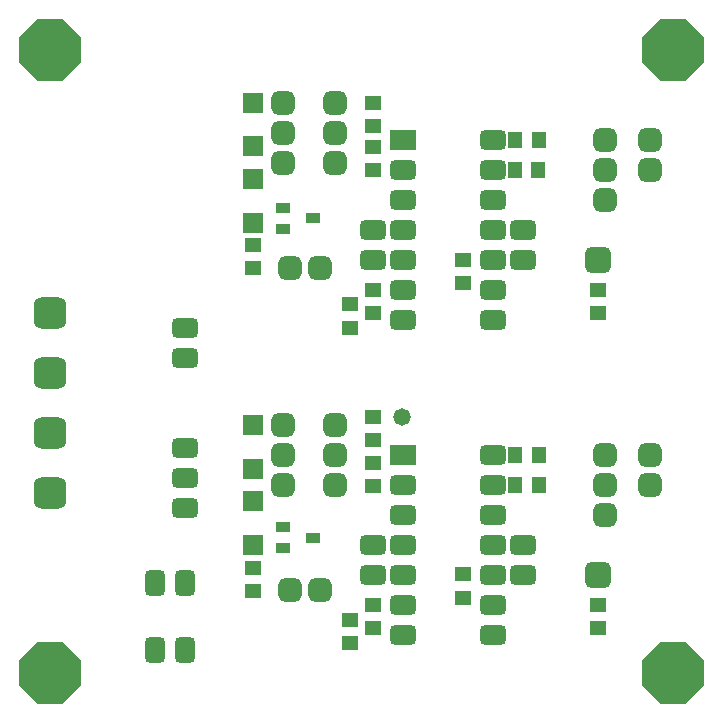
<source format=gbs>
G04 Layer_Color=16711935*
%FSLAX25Y25*%
%MOIN*%
G70*
G01*
G75*
G04:AMPARAMS|DCode=26|XSize=78mil|YSize=78mil|CornerRadius=21.5mil|HoleSize=0mil|Usage=FLASHONLY|Rotation=90.000|XOffset=0mil|YOffset=0mil|HoleType=Round|Shape=RoundedRectangle|*
%AMROUNDEDRECTD26*
21,1,0.07800,0.03500,0,0,90.0*
21,1,0.03500,0.07800,0,0,90.0*
1,1,0.04300,0.01750,0.01750*
1,1,0.04300,0.01750,-0.01750*
1,1,0.04300,-0.01750,-0.01750*
1,1,0.04300,-0.01750,0.01750*
%
%ADD26ROUNDEDRECTD26*%
G04:AMPARAMS|DCode=27|XSize=108mil|YSize=108mil|CornerRadius=29mil|HoleSize=0mil|Usage=FLASHONLY|Rotation=90.000|XOffset=0mil|YOffset=0mil|HoleType=Round|Shape=RoundedRectangle|*
%AMROUNDEDRECTD27*
21,1,0.10800,0.05000,0,0,90.0*
21,1,0.05000,0.10800,0,0,90.0*
1,1,0.05800,0.02500,0.02500*
1,1,0.05800,0.02500,-0.02500*
1,1,0.05800,-0.02500,-0.02500*
1,1,0.05800,-0.02500,0.02500*
%
%ADD27ROUNDEDRECTD27*%
G04:AMPARAMS|DCode=28|XSize=68mil|YSize=88mil|CornerRadius=19mil|HoleSize=0mil|Usage=FLASHONLY|Rotation=270.000|XOffset=0mil|YOffset=0mil|HoleType=Round|Shape=RoundedRectangle|*
%AMROUNDEDRECTD28*
21,1,0.06800,0.05000,0,0,270.0*
21,1,0.03000,0.08800,0,0,270.0*
1,1,0.03800,-0.02500,-0.01500*
1,1,0.03800,-0.02500,0.01500*
1,1,0.03800,0.02500,0.01500*
1,1,0.03800,0.02500,-0.01500*
%
%ADD28ROUNDEDRECTD28*%
G04:AMPARAMS|DCode=29|XSize=78mil|YSize=78mil|CornerRadius=21.5mil|HoleSize=0mil|Usage=FLASHONLY|Rotation=180.000|XOffset=0mil|YOffset=0mil|HoleType=Round|Shape=RoundedRectangle|*
%AMROUNDEDRECTD29*
21,1,0.07800,0.03500,0,0,180.0*
21,1,0.03500,0.07800,0,0,180.0*
1,1,0.04300,-0.01750,0.01750*
1,1,0.04300,0.01750,0.01750*
1,1,0.04300,0.01750,-0.01750*
1,1,0.04300,-0.01750,-0.01750*
%
%ADD29ROUNDEDRECTD29*%
G04:AMPARAMS|DCode=30|XSize=68mil|YSize=88mil|CornerRadius=19mil|HoleSize=0mil|Usage=FLASHONLY|Rotation=180.000|XOffset=0mil|YOffset=0mil|HoleType=Round|Shape=RoundedRectangle|*
%AMROUNDEDRECTD30*
21,1,0.06800,0.05000,0,0,180.0*
21,1,0.03000,0.08800,0,0,180.0*
1,1,0.03800,-0.01500,0.02500*
1,1,0.03800,0.01500,0.02500*
1,1,0.03800,0.01500,-0.02500*
1,1,0.03800,-0.01500,-0.02500*
%
%ADD30ROUNDEDRECTD30*%
G04:AMPARAMS|DCode=31|XSize=88mil|YSize=88mil|CornerRadius=24mil|HoleSize=0mil|Usage=FLASHONLY|Rotation=0.000|XOffset=0mil|YOffset=0mil|HoleType=Round|Shape=RoundedRectangle|*
%AMROUNDEDRECTD31*
21,1,0.08800,0.04000,0,0,0.0*
21,1,0.04000,0.08800,0,0,0.0*
1,1,0.04800,0.02000,-0.02000*
1,1,0.04800,-0.02000,-0.02000*
1,1,0.04800,-0.02000,0.02000*
1,1,0.04800,0.02000,0.02000*
%
%ADD31ROUNDEDRECTD31*%
%ADD32P,0.22173X8X22.5*%
%ADD33R,0.08800X0.06800*%
G04:AMPARAMS|DCode=34|XSize=88mil|YSize=68mil|CornerRadius=19mil|HoleSize=0mil|Usage=FLASHONLY|Rotation=0.000|XOffset=0mil|YOffset=0mil|HoleType=Round|Shape=RoundedRectangle|*
%AMROUNDEDRECTD34*
21,1,0.08800,0.03000,0,0,0.0*
21,1,0.05000,0.06800,0,0,0.0*
1,1,0.03800,0.02500,-0.01500*
1,1,0.03800,-0.02500,-0.01500*
1,1,0.03800,-0.02500,0.01500*
1,1,0.03800,0.02500,0.01500*
%
%ADD34ROUNDEDRECTD34*%
%ADD35C,0.05800*%
%ADD36R,0.04800X0.03800*%
%ADD37R,0.05800X0.04800*%
%ADD38R,0.06800X0.06800*%
%ADD39R,0.04800X0.05800*%
D26*
X110000Y77500D02*
D03*
Y87500D02*
D03*
Y97500D02*
D03*
X92500Y205000D02*
D03*
Y195000D02*
D03*
Y185000D02*
D03*
X200000Y192500D02*
D03*
Y182500D02*
D03*
Y172500D02*
D03*
X110000Y185000D02*
D03*
Y195000D02*
D03*
Y205000D02*
D03*
X200000Y87500D02*
D03*
Y77500D02*
D03*
Y67500D02*
D03*
X92500Y97500D02*
D03*
Y87500D02*
D03*
Y77500D02*
D03*
X215000Y192500D02*
D03*
Y182500D02*
D03*
Y87500D02*
D03*
Y77500D02*
D03*
D27*
X15000Y95000D02*
D03*
Y75000D02*
D03*
Y135000D02*
D03*
Y115000D02*
D03*
D28*
X60000Y130000D02*
D03*
Y120000D02*
D03*
Y70000D02*
D03*
Y80000D02*
D03*
Y90000D02*
D03*
X122500Y162500D02*
D03*
Y152500D02*
D03*
X172500Y162500D02*
D03*
Y152500D02*
D03*
X122500Y57500D02*
D03*
Y47500D02*
D03*
X172500Y57500D02*
D03*
Y47500D02*
D03*
D29*
X95000Y150000D02*
D03*
X105000D02*
D03*
X95000Y42500D02*
D03*
X105000D02*
D03*
D30*
X50000Y22500D02*
D03*
X60000D02*
D03*
X50000Y45000D02*
D03*
X60000D02*
D03*
D31*
X197500Y47500D02*
D03*
Y152500D02*
D03*
D32*
X15000Y15000D02*
D03*
X222500D02*
D03*
Y222500D02*
D03*
X15000D02*
D03*
D33*
X132500Y87500D02*
D03*
Y192500D02*
D03*
D34*
Y77500D02*
D03*
Y67500D02*
D03*
Y57500D02*
D03*
Y47500D02*
D03*
Y37500D02*
D03*
Y27500D02*
D03*
X162500Y87500D02*
D03*
Y77500D02*
D03*
Y67500D02*
D03*
Y57500D02*
D03*
Y47500D02*
D03*
Y37500D02*
D03*
Y27500D02*
D03*
X132500Y182500D02*
D03*
Y172500D02*
D03*
Y162500D02*
D03*
Y152500D02*
D03*
Y142500D02*
D03*
Y132500D02*
D03*
X162500Y192500D02*
D03*
Y182500D02*
D03*
Y172500D02*
D03*
Y162500D02*
D03*
Y152500D02*
D03*
Y142500D02*
D03*
Y132500D02*
D03*
D35*
X132200Y100300D02*
D03*
D36*
X102421Y166500D02*
D03*
X92500Y170000D02*
D03*
Y163000D02*
D03*
X102500Y60000D02*
D03*
X92579Y63500D02*
D03*
Y56500D02*
D03*
D37*
X122500Y92500D02*
D03*
Y100300D02*
D03*
X82500Y157500D02*
D03*
Y149700D02*
D03*
Y50000D02*
D03*
Y42200D02*
D03*
X122500Y197200D02*
D03*
Y205000D02*
D03*
Y182500D02*
D03*
Y190300D02*
D03*
Y134700D02*
D03*
Y142500D02*
D03*
X115000Y137800D02*
D03*
Y130000D02*
D03*
X122500Y77200D02*
D03*
Y85000D02*
D03*
Y29700D02*
D03*
Y37500D02*
D03*
X115000Y32500D02*
D03*
Y24700D02*
D03*
X152500Y152500D02*
D03*
Y144700D02*
D03*
Y47800D02*
D03*
Y40000D02*
D03*
X197500Y134700D02*
D03*
Y142500D02*
D03*
Y29700D02*
D03*
Y37500D02*
D03*
D38*
X82500Y205000D02*
D03*
Y190433D02*
D03*
Y179567D02*
D03*
Y165000D02*
D03*
Y72067D02*
D03*
Y57500D02*
D03*
Y97500D02*
D03*
Y82933D02*
D03*
D39*
X177500Y182500D02*
D03*
X169700D02*
D03*
X177800Y192500D02*
D03*
X170000D02*
D03*
X177800Y87500D02*
D03*
X170000D02*
D03*
X177800Y77500D02*
D03*
X170000D02*
D03*
M02*

</source>
